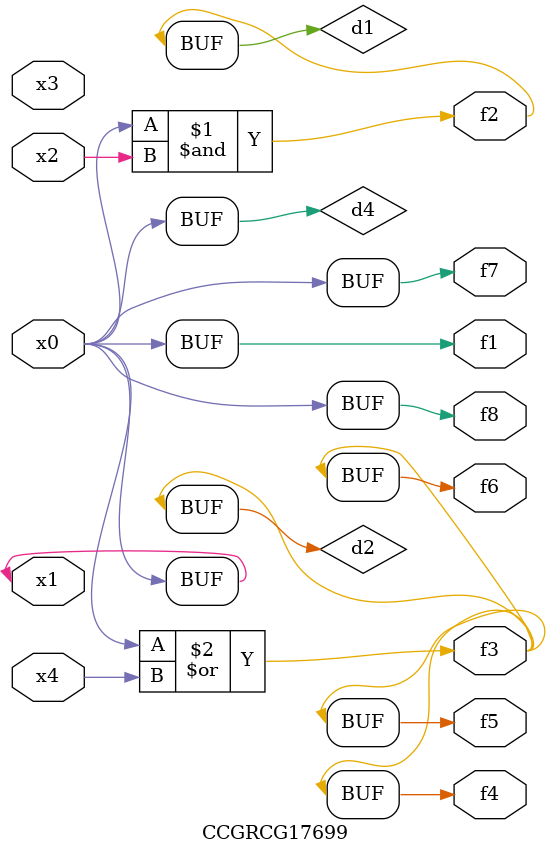
<source format=v>
module CCGRCG17699(
	input x0, x1, x2, x3, x4,
	output f1, f2, f3, f4, f5, f6, f7, f8
);

	wire d1, d2, d3, d4;

	and (d1, x0, x2);
	or (d2, x0, x4);
	nand (d3, x0, x2);
	buf (d4, x0, x1);
	assign f1 = d4;
	assign f2 = d1;
	assign f3 = d2;
	assign f4 = d2;
	assign f5 = d2;
	assign f6 = d2;
	assign f7 = d4;
	assign f8 = d4;
endmodule

</source>
